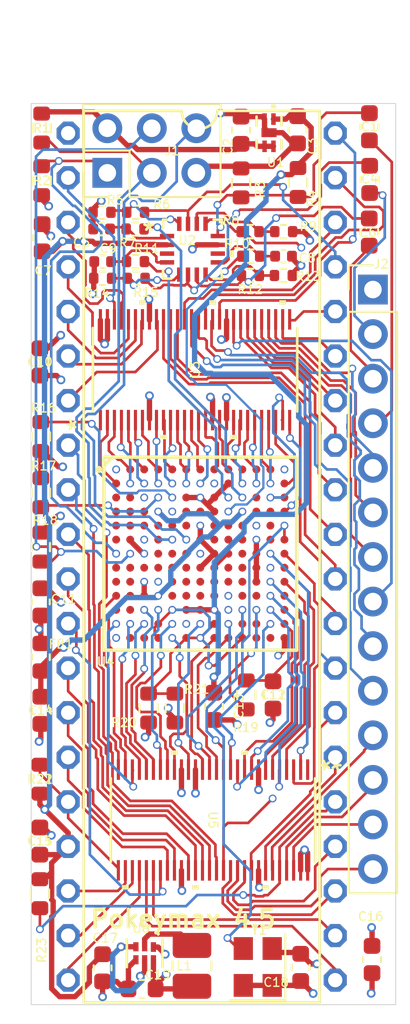
<source format=kicad_pcb>
(kicad_pcb
	(version 20241229)
	(generator "pcbnew")
	(generator_version "9.0")
	(general
		(thickness 1.6)
		(legacy_teardrops no)
	)
	(paper "A4")
	(layers
		(0 "F.Cu" signal)
		(4 "In1.Cu" signal)
		(6 "In2.Cu" signal)
		(2 "B.Cu" signal)
		(13 "F.Paste" user)
		(15 "B.Paste" user)
		(5 "F.SilkS" user "F.Silkscreen")
		(7 "B.SilkS" user "B.Silkscreen")
		(1 "F.Mask" user)
		(3 "B.Mask" user)
		(25 "Edge.Cuts" user)
		(27 "Margin" user)
		(31 "F.CrtYd" user "F.Courtyard")
		(29 "B.CrtYd" user "B.Courtyard")
		(35 "F.Fab" user)
		(33 "B.Fab" user)
	)
	(setup
		(stackup
			(layer "F.SilkS"
				(type "Top Silk Screen")
			)
			(layer "F.Paste"
				(type "Top Solder Paste")
			)
			(layer "F.Mask"
				(type "Top Solder Mask")
				(thickness 0.01)
			)
			(layer "F.Cu"
				(type "copper")
				(thickness 0.035)
			)
			(layer "dielectric 1"
				(type "prepreg")
				(thickness 0.1)
				(material "FR4")
				(epsilon_r 4.5)
				(loss_tangent 0.02)
			)
			(layer "In1.Cu"
				(type "copper")
				(thickness 0.035)
			)
			(layer "dielectric 2"
				(type "core")
				(thickness 1.24)
				(material "FR4")
				(epsilon_r 4.5)
				(loss_tangent 0.02)
			)
			(layer "In2.Cu"
				(type "copper")
				(thickness 0.035)
			)
			(layer "dielectric 3"
				(type "prepreg")
				(thickness 0.1)
				(material "FR4")
				(epsilon_r 4.5)
				(loss_tangent 0.02)
			)
			(layer "B.Cu"
				(type "copper")
				(thickness 0.035)
			)
			(layer "B.Mask"
				(type "Bottom Solder Mask")
				(thickness 0.01)
			)
			(layer "B.Paste"
				(type "Bottom Solder Paste")
			)
			(layer "B.SilkS"
				(type "Bottom Silk Screen")
			)
			(copper_finish "None")
			(dielectric_constraints no)
		)
		(pad_to_mask_clearance 0)
		(allow_soldermask_bridges_in_footprints no)
		(tenting front back)
		(pcbplotparams
			(layerselection 0x00000000_00000000_55555555_5755f5ff)
			(plot_on_all_layers_selection 0x00000000_00000000_00000000_00000000)
			(disableapertmacros no)
			(usegerberextensions no)
			(usegerberattributes yes)
			(usegerberadvancedattributes yes)
			(creategerberjobfile yes)
			(dashed_line_dash_ratio 12.000000)
			(dashed_line_gap_ratio 3.000000)
			(svgprecision 4)
			(plotframeref no)
			(mode 1)
			(useauxorigin no)
			(hpglpennumber 1)
			(hpglpenspeed 20)
			(hpglpendiameter 15.000000)
			(pdf_front_fp_property_popups yes)
			(pdf_back_fp_property_popups yes)
			(pdf_metadata yes)
			(pdf_single_document no)
			(dxfpolygonmode yes)
			(dxfimperialunits yes)
			(dxfusepcbnewfont yes)
			(psnegative no)
			(psa4output no)
			(plot_black_and_white yes)
			(sketchpadsonfab no)
			(plotpadnumbers no)
			(hidednponfab no)
			(sketchdnponfab yes)
			(crossoutdnponfab yes)
			(subtractmaskfromsilk yes)
			(outputformat 1)
			(mirror no)
			(drillshape 0)
			(scaleselection 1)
			(outputdirectory "")
		)
	)
	(net 0 "")
	(net 1 "/Audio output/AUDLOUT")
	(net 2 "Net-(U2-OUT2)")
	(net 3 "/Audio output/AUDROUT")
	(net 4 "Net-(U2-IN+)")
	(net 5 "GND")
	(net 6 "Net-(U2-OUT3)")
	(net 7 "Net-(U2-IN3+)")
	(net 8 "Net-(U2-IN2+)")
	(net 9 "/Level shifter/LOUT1.B22")
	(net 10 "/FPGA/TDI")
	(net 11 "+3.3V")
	(net 12 "/FPGA/TCK")
	(net 13 "/FPGA/TMS")
	(net 14 "Net-(J1-Pin_6)")
	(net 15 "Net-(U2-IN1-)")
	(net 16 "Net-(U2-OUT)")
	(net 17 "Net-(U2-IN3-)")
	(net 18 "/Audio output/AUD_INT_OUT")
	(net 19 "Net-(U4-CONF_DONE)")
	(net 20 "Net-(U4-NSTATUS)")
	(net 21 "Net-(U2-IN2-)")
	(net 22 "/Audio output/AUD_IN_AMP")
	(net 23 "/FPGA/OSC_CLOCK")
	(net 24 "+5V")
	(net 25 "+2V5")
	(net 26 "+3.3VA")
	(net 27 "/ADC/ADC_RX")
	(net 28 "/ADC/AUD_IN_BIAS")
	(net 29 "/ADC/AUD_IN")
	(net 30 "/Audio output/AUDINT")
	(net 31 "/Audio output/AUDL")
	(net 32 "/Audio output/AUDR")
	(net 33 "/FPGA/PTHRES")
	(net 34 "/ADC/ADC_TX")
	(net 35 "unconnected-(U4-BB$7-PadK5)")
	(net 36 "/FPGA/LIN1.A12")
	(net 37 "unconnected-(U4-IO_UNUSED-PadE1)")
	(net 38 "/FPGA/LIN1.A13")
	(net 39 "/FPGA/LIN2.A11")
	(net 40 "/FPGA/LIN2.A17")
	(net 41 "unconnected-(U4-NC-PadD3)")
	(net 42 "unconnected-(U4-CLK1-PadH4)")
	(net 43 "unconnected-(U4-B$5-PadN3)")
	(net 44 "unconnected-(U4-TB$11-PadC13)")
	(net 45 "unconnected-(U4-BB$14-PadK11)")
	(net 46 "/FPGA/LIN2.A9")
	(net 47 "unconnected-(U4-B$3-PadN2)")
	(net 48 "/FPGA/LIN1.A16")
	(net 49 "unconnected-(U4-BB$10-PadK7)")
	(net 50 "unconnected-(U4-NC-PadE2)")
	(net 51 "/FPGA/LIN2.A14")
	(net 52 "unconnected-(U4-TB$8-PadD11)")
	(net 53 "/FPGA/LIN2.A5")
	(net 54 "/FPGA/NC1")
	(net 55 "/FPGA/LIN1.A22")
	(net 56 "unconnected-(U4-TB$3-PadC2)")
	(net 57 "/FPGA/LIN1.A20")
	(net 58 "/FPGA/LIN2.A8")
	(net 59 "/FPGA/LIN1.A5")
	(net 60 "/FPGA/LIN2.A22")
	(net 61 "/FPGA/LIN1.A9")
	(net 62 "unconnected-(U4-CLK0-PadH6)")
	(net 63 "unconnected-(U4-TB$1-PadC1)")
	(net 64 "unconnected-(U4-BB$21-PadJ6)")
	(net 65 "/FPGA/LIN1.A19")
	(net 66 "/FPGA/LIN2.A10")
	(net 67 "unconnected-(U4-BB$22-PadJ7)")
	(net 68 "unconnected-(U4-B$22-PadN12)")
	(net 69 "unconnected-(U4-JTAG_EN-PadE5)")
	(net 70 "/FPGA/LIN2.A18")
	(net 71 "/FPGA/LIN1.A6")
	(net 72 "/FPGA/LIN1.A2")
	(net 73 "/FPGA/LIN1.A15")
	(net 74 "unconnected-(U4-TB$2-PadD1)")
	(net 75 "unconnected-(U4-BB$20-PadJ5)")
	(net 76 "unconnected-(U4-CRC_ERROR-PadD6)")
	(net 77 "unconnected-(U4-BB$12-PadK10)")
	(net 78 "unconnected-(U4-NC-PadD2)")
	(net 79 "/FPGA/LIN1.A7")
	(net 80 "/FPGA/LIN1.A10")
	(net 81 "/FPGA/LIN1.A18")
	(net 82 "unconnected-(U4-BB$11-PadK8)")
	(net 83 "/FPGA/LIN1.A23")
	(net 84 "/FPGA/LIN2.A23")
	(net 85 "/FPGA/LIN1.A14")
	(net 86 "/FPGA/LIN1.A24")
	(net 87 "unconnected-(U4-CONFIG_SEL-PadD7)")
	(net 88 "/FPGA/LIN1.A4")
	(net 89 "/FPGA/LIN1.A21")
	(net 90 "/FPGA/LIN1.A1")
	(net 91 "/FPGA/LIN2.A1")
	(net 92 "/FPGA/LIN2.A20")
	(net 93 "/FPGA/LIN2.A3")
	(net 94 "/FPGA/LIN2.A6")
	(net 95 "/FPGA/LIN2.A2")
	(net 96 "unconnected-(U4-B$20-PadN11)")
	(net 97 "unconnected-(U4-TB$7-PadC11)")
	(net 98 "/FPGA/LIN2.A15")
	(net 99 "/FPGA/LIN2.A13")
	(net 100 "/FPGA/LIN2.A16")
	(net 101 "Net-(U4-CLK2)")
	(net 102 "/FPGA/LIN2.A21")
	(net 103 "/FPGA/LIN2.A7")
	(net 104 "/FPGA/LIN2.A19")
	(net 105 "/FPGA/LIN1.A8")
	(net 106 "unconnected-(U4-BB$3-PadK2)")
	(net 107 "/FPGA/LIN2.A4")
	(net 108 "/FPGA/LIN2.A24")
	(net 109 "/FPGA/LIN1.A11")
	(net 110 "unconnected-(U4-TB$10-PadD12)")
	(net 111 "unconnected-(U4-BB$4-PadL2)")
	(net 112 "/FPGA/LIN1.A3")
	(net 113 "/FPGA/LIN1.A17")
	(net 114 "unconnected-(U4-BB$23-PadJ8)")
	(net 115 "unconnected-(U4-BB$9-PadK6)")
	(net 116 "/FPGA/LIN2.A12")
	(net 117 "Net-(U6-SW)")
	(net 118 "/Level shifter/LOUT1.B13")
	(net 119 "/Level shifter/LOUT1.B5")
	(net 120 "/Level shifter/LOUT1.B24")
	(net 121 "/Level shifter/LOUT1.B2")
	(net 122 "/Level shifter/LOUT1.B19")
	(net 123 "/Level shifter/LOUT1.B12")
	(net 124 "/Level shifter/LOUT1.B8")
	(net 125 "/Level shifter/LOUT1.B4")
	(net 126 "/Level shifter/LOUT1.B21")
	(net 127 "/Level shifter/LOUT1.B23")
	(net 128 "unconnected-(U2-NC-Pad3)")
	(net 129 "/Level shifter/LOUT1.B14")
	(net 130 "/Level shifter/LOUT1.B11")
	(net 131 "/Level shifter/LOUT1.B10")
	(net 132 "/Level shifter/LOUT1.B6")
	(net 133 "/Level shifter/LOUT1.B3")
	(net 134 "/Level shifter/LOUT1.B1")
	(net 135 "/Level shifter/LOUT1.B9")
	(net 136 "/Level shifter/LOUT1.B15")
	(net 137 "/Level shifter/LOUT1.B7")
	(net 138 "/Level shifter/LOUT1.B17")
	(net 139 "/Level shifter/LOUT1.B16")
	(net 140 "/Level shifter/LOUT1.B18")
	(net 141 "/Level shifter/LOUT1.B20")
	(net 142 "/Level shifter/LOUT2.B1")
	(net 143 "/Level shifter/LOUT2.B13")
	(net 144 "/Level shifter/LOUT2.B12")
	(net 145 "/Level shifter/LOUT2.B15")
	(net 146 "/Level shifter/LOUT2.B18")
	(net 147 "/Level shifter/LOUT2.B6")
	(net 148 "/Level shifter/LOUT2.B3")
	(net 149 "/Level shifter/LOUT2.B24")
	(net 150 "/Level shifter/LOUT2.B11")
	(net 151 "/Level shifter/LOUT2.B21")
	(net 152 "/Level shifter/LOUT2.B14")
	(net 153 "/Level shifter/LOUT2.B16")
	(net 154 "/Level shifter/LOUT2.B22")
	(net 155 "/Level shifter/LOUT2.B9")
	(net 156 "/Level shifter/LOUT2.B23")
	(net 157 "/Level shifter/LOUT2.B19")
	(net 158 "unconnected-(U3-NC-Pad1)")
	(net 159 "/Level shifter/LOUT2.B5")
	(net 160 "/Level shifter/LOUT2.B20")
	(net 161 "/Level shifter/LOUT2.B8")
	(net 162 "/Level shifter/LOUT2.B4")
	(net 163 "/Level shifter/LOUT2.B7")
	(net 164 "/Level shifter/LOUT2.B2")
	(net 165 "/Level shifter/LOUT2.B17")
	(net 166 "unconnected-(U2-NC-Pad10)")
	(net 167 "unconnected-(U5-NC-Pad1)")
	(net 168 "unconnected-(U4-IO_UNUSED-PadE1)_1")
	(net 169 "unconnected-(U4-IO_UNUSED-PadE1)_2")
	(net 170 "unconnected-(U4-IO_UNUSED-PadE1)_3")
	(net 171 "unconnected-(U4-IO_UNUSED-PadE1)_4")
	(net 172 "unconnected-(U4-IO_UNUSED-PadE1)_5")
	(net 173 "unconnected-(U4-IO_UNUSED-PadE1)_6")
	(net 174 "unconnected-(U4-IO_UNUSED-PadE1)_7")
	(net 175 "unconnected-(U4-IO_UNUSED-PadE1)_8")
	(net 176 "unconnected-(U4-IO_UNUSED-PadE1)_9")
	(net 177 "unconnected-(U4-IO_UNUSED-PadE1)_10")
	(net 178 "unconnected-(U4-IO_UNUSED-PadE1)_11")
	(net 179 "unconnected-(U4-IO_UNUSED-PadE1)_12")
	(net 180 "unconnected-(U4-IO_UNUSED-PadE1)_13")
	(net 181 "unconnected-(U4-IO_UNUSED-PadE1)_14")
	(net 182 "unconnected-(U4-IO_UNUSED-PadE1)_15")
	(net 183 "unconnected-(U4-IO_UNUSED-PadE1)_16")
	(net 184 "unconnected-(U4-IO_UNUSED-PadE1)_17")
	(net 185 "unconnected-(U4-IO_UNUSED-PadE1)_18")
	(net 186 "unconnected-(U4-IO_UNUSED-PadE1)_19")
	(net 187 "unconnected-(U4-IO_UNUSED-PadE1)_20")
	(net 188 "unconnected-(U4-IO_UNUSED-PadE1)_21")
	(net 189 "unconnected-(U4-IO_UNUSED-PadE1)_22")
	(net 190 "unconnected-(U4-IO_UNUSED-PadE1)_23")
	(net 191 "unconnected-(U4-IO_UNUSED-PadE1)_24")
	(net 192 "unconnected-(U4-IO_UNUSED-PadE1)_25")
	(net 193 "unconnected-(U4-IO_UNUSED-PadE1)_26")
	(footprint "Resistor_SMD:R_0402_1005Metric" (layer "F.Cu") (at 30.18 28.95))
	(footprint "Capacitor_SMD:C_0603_1608Metric" (layer "F.Cu") (at 36.95 21.575 90))
	(footprint "Inductor_SMD:L_1008_2520Metric_Pad1.43x2.20mm_HandSolder" (layer "F.Cu") (at 26.825 69.386204 -90))
	(footprint "Capacitor_SMD:C_0603_1608Metric" (layer "F.Cu") (at 36.939056 27.575 -90))
	(footprint "Capacitor_SMD:C_0603_1608Metric" (layer "F.Cu") (at 21.725 69.498704 -90))
	(footprint "Capacitor_SMD:C_0603_1608Metric" (layer "F.Cu") (at 23.975 70.698704 180))
	(footprint "Connector_PinHeader_2.54mm:PinHeader_2x03_P2.54mm_Vertical" (layer "F.Cu") (at 21.995 24.2 90))
	(footprint "Capacitor_SMD:C_0603_1608Metric" (layer "F.Cu") (at 37.1 69.025 -90))
	(footprint "tsv854:QFN16_3X3_STM" (layer "F.Cu") (at 26.849999 28.5522))
	(footprint "Resistor_SMD:R_0402_1005Metric" (layer "F.Cu") (at 32.04 30.05))
	(footprint "Resistor_SMD:R_0603_1608Metric" (layer "F.Cu") (at 25.85 54.7 -90))
	(footprint "Capacitor_SMD:C_0603_1608Metric" (layer "F.Cu") (at 28.075 54.6 -90))
	(footprint "Resistor_SMD:R_0402_1005Metric" (layer "F.Cu") (at 23.58 27.4 180))
	(footprint "Resistor_SMD:R_0603_1608Metric" (layer "F.Cu") (at 32.875 24.75 -90))
	(footprint "Resistor_SMD:R_0402_1005Metric" (layer "F.Cu") (at 21.73 30.208365 180))
	(footprint "Oscillator:Oscillator_SMD_Abracon_ASE-4Pin_3.2x2.5mm" (layer "F.Cu") (at 30.57776 69.448704 90))
	(footprint "Inductor_SMD:L_0603_1608Metric" (layer "F.Cu") (at 18.2 51.8 -90))
	(footprint "Capacitor_SMD:C_0603_1608Metric" (layer "F.Cu") (at 18.15 34.975 90))
	(footprint "sn74cb3t16211:DGV56-L" (layer "F.Cu") (at 28.025 61.075 -90))
	(footprint "Capacitor_SMD:C_0603_1608Metric" (layer "F.Cu") (at 31.45 53.95 -90))
	(footprint "Resistor_SMD:R_0603_1608Metric" (layer "F.Cu") (at 18.25 21.65 -90))
	(footprint "Resistor_SMD:R_0603_1608Metric" (layer "F.Cu") (at 18.25 24.65 90))
	(footprint "Resistor_SMD:R_0603_1608Metric" (layer "F.Cu") (at 18.15 65.275 90))
	(footprint "Capacitor_SMD:C_0603_1608Metric"
		(layer "F.Cu")
		(uuid "74b21221-9164-4345-bf5c-38f0c5037c7a")
		(at 18.275 27.9 90)
		(descr "Capacitor SMD 0603 (1608 Metric), square (rectangular) end terminal, IPC-7351 nominal, (Body size source: IPC-SM-782 page 76, https://www.pcb-3d.com/wordpress/wp-content/uploads/ipc-sm-782a_amendment_1_and_2.pdf), generated with kicad-footprint-generator")
		(tags "capacitor")
		(property "Reference" "C7"
			(at -1.875 0.05 180)
			(layer "F.SilkS")
			(uuid "11649ae7-f594-49bd-b6f7-43a8dfda4062")
			(effects
				(font
					(size 0.5 0.5)
					(thickness 0.08)
					(bold yes)
				)
			)
		)
		(property "Value" "0.1uF"
			(at 0 1.43 90)
			(layer "F.Fab")
			(uuid "f85cbd89-3d07-4351-b69e-3e6d6ee19fe3")
			(effects
				(font
					(size 1 1)
					(thickness 0.15)
				)
			)
		)
		(property "Datasheet" ""
			(at 0 0 90)
			(layer "F.Fab")
			(hide yes)
			(uuid "6e1e79c6-4ca1-4644-b8d9-9e77612950c5")
			(effects
				(font
					(size 1.27 1.27)
					(thickness 0.15)
				)
			)
		)
		(property "Description" "Unpolarized capacitor"
			(at 0 0 90)
			(layer "F.Fab")
			(hide yes)
			(uuid "259a91d4-1f9b-4188-b1e8-dd72a22423fe")
			(effects
				(font
					(size 1.27 1.27)
					(thickness 0.15)
				)
			)
		)
		(property ki_fp_filters "C_*")
		(path "/b3c63cf3-5aec-4ac7-b511-941f39b58d95/7963cbeb-f4aa-449a-962c-d634112dcf86")
		(sheetname "/Power/")
		(sheetfile "power.kicad_sch")
		(attr smd)
		(fp_line
			(start -0.14058 -0.51)
			(end 0.14058 -0.51)
			(stroke
				(width 0.12)
				(type solid)
			)
			(layer "F.SilkS")
			(uuid "a5065e5a-6750-4831-9208-3bc0e75c8d37")
		)
		(fp_line
			(start -0.14058 0.51)
			(end 0.14058 0.51)
			(stroke
				(width 0.12)
				(type solid)
			)
			(layer "F.SilkS")
			(uuid "5cf62c81-445c-42eb-9496-cfbe77fe61c8")
		)
		(fp_line
			(start 1.48 -0.73)
			(end 1.48 0.73)
			(stroke
				(width 0.05)
				(type solid)
			)
			(layer "F.CrtYd")
			(uuid "b55586bf-9ec5-42a3-9b70-9bcae29820c6")
		)
		(fp_line
			(start -1.48 -0.73)
			(end 1.48 -0.73)
			(stroke
				(width 0.05)
				(type solid)
			)
			(layer "F.CrtYd")
			(uuid "d49085c8-70aa-4fe4-b368-d617ad1929b1")
		)
		(fp_line
			(start 1.48 0.73)
			(end -1.48 0.73)
			(stroke
				(width 0.05)
				(type solid)
			)
			(layer "F.CrtYd")
			(uuid "edd82bbb-294d-4b0c-885c-8887bc295922")
		)
		(fp_line
			(start -1.48 0.73)
			(end -1.48 -0.73)
			(stroke
				(width 0.05)
				(type solid)
			)
			(layer "F.CrtYd")
			(uuid "56f9eb86-38a3-4635-a694-67eda79471f2")
		)
		(fp_line
			(start 0.8 -0.4)
			(end 0.8 0.4)
			(stroke
				(width 0.1)
				(type solid)
			)
			(layer "F.Fab")
			(uuid "d38e1374-a39d-4a22-89e5-24fc59218df5")
		)
		(fp_line
			(start -0.8 -0.4)
			(end 0.8 -0.4)
			(stroke
				(width 0.1)
				(type solid)
			)
			(layer "F.Fab")
			(uuid "5bf95e46-8a0f-4d88-a0a9-4c450f2f6687")
		)
		(fp_line
			(start 0.8 0.4)
			(end -0.8 0.4)
			(stroke
				(width 0.1)
				(type solid)
			)
			(layer "F.Fab")
			(uuid "4a0d7ecf-f229-4f19-b51e-b1dca8b52694")
... [857081 chars truncated]
</source>
